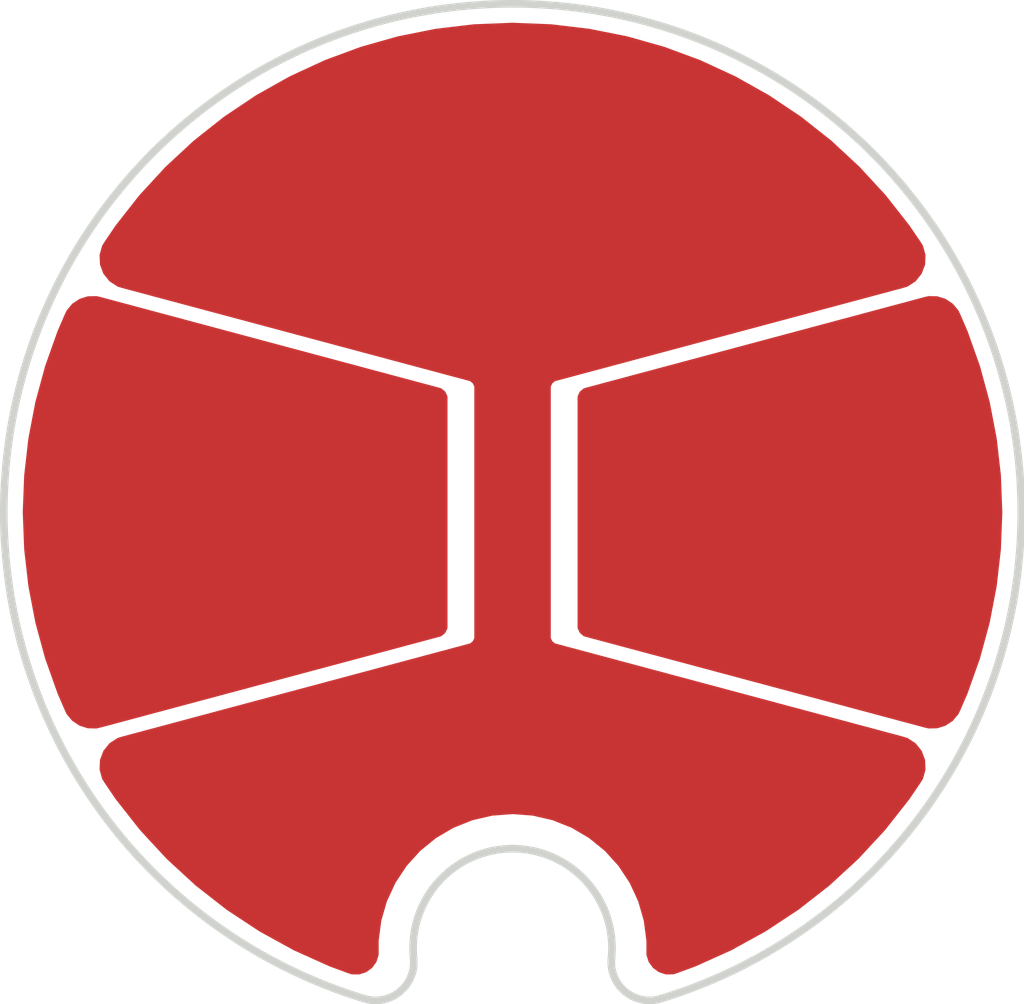
<source format=kicad_pcb>
(kicad_pcb (version 20211014) (generator pcbnew)

  (general
    (thickness 1.6)
  )

  (paper "A4")
  (layers
    (0 "F.Cu" signal)
    (31 "B.Cu" signal)
    (32 "B.Adhes" user "B.Adhesive")
    (33 "F.Adhes" user "F.Adhesive")
    (34 "B.Paste" user)
    (35 "F.Paste" user)
    (36 "B.SilkS" user "B.Silkscreen")
    (37 "F.SilkS" user "F.Silkscreen")
    (38 "B.Mask" user)
    (39 "F.Mask" user)
    (40 "Dwgs.User" user "User.Drawings")
    (41 "Cmts.User" user "User.Comments")
    (42 "Eco1.User" user "User.Eco1")
    (43 "Eco2.User" user "User.Eco2")
    (44 "Edge.Cuts" user)
    (45 "Margin" user)
    (46 "B.CrtYd" user "B.Courtyard")
    (47 "F.CrtYd" user "F.Courtyard")
    (48 "B.Fab" user)
    (49 "F.Fab" user)
    (50 "User.1" user)
    (51 "User.2" user)
    (52 "User.3" user)
    (53 "User.4" user)
    (54 "User.5" user)
    (55 "User.6" user)
    (56 "User.7" user)
    (57 "User.8" user)
    (58 "User.9" user)
  )

  (setup
    (pad_to_mask_clearance 0)
    (pcbplotparams
      (layerselection 0x00010fc_ffffffff)
      (disableapertmacros false)
      (usegerberextensions false)
      (usegerberattributes true)
      (usegerberadvancedattributes true)
      (creategerberjobfile true)
      (svguseinch false)
      (svgprecision 6)
      (excludeedgelayer true)
      (plotframeref false)
      (viasonmask false)
      (mode 1)
      (useauxorigin false)
      (hpglpennumber 1)
      (hpglpenspeed 20)
      (hpglpendiameter 15.000000)
      (dxfpolygonmode true)
      (dxfimperialunits true)
      (dxfusepcbnewfont true)
      (psnegative false)
      (psa4output false)
      (plotreference true)
      (plotvalue true)
      (plotinvisibletext false)
      (sketchpadsonfab false)
      (subtractmaskfromsilk false)
      (outputformat 1)
      (mirror false)
      (drillshape 1)
      (scaleselection 1)
      (outputdirectory "")
    )
  )

  (net 0 "")

  (gr_line (start 144.6 100.65) (end 144.6 99.35) (layer "F.Mask") (width 0.1) (tstamp 1983b44b-b9ef-473a-8fc0-ca3e0d4151a0))
  (gr_poly
    (pts
      (xy 149.15 98.6)
      (xy 148.6 98.6)
      (xy 148.6 101.4)
      (xy 149.15 101.4)
    ) (layer "F.Mask") (width 0.1) (fill solid) (tstamp 3a30e124-20a9-4f7f-b09d-16c7a9e51606))
  (gr_arc (start 148.706777 105.832566) (mid 148.527188 106.269604) (end 148.063805 106.36189) (layer "F.Mask") (width 0.1) (tstamp 504aa130-a948-4268-a321-25f2a92a468c))
  (gr_line (start 145.6 101.15) (end 145.1 101.15) (layer "F.Mask") (width 0.1) (tstamp 64ea757e-1809-4f04-9832-d50a060c0aad))
  (gr_line (start 146.1 99.35) (end 146.1 100.65) (layer "F.Mask") (width 0.1) (tstamp 7fdc54ee-5f51-489b-9021-bfaeab5c4482))
  (gr_poly
    (pts
      (arc (start 145.6 101.15) (mid 145.953553 101.003553) (end 146.1 100.65))
      (arc (start 146.1 99.35) (mid 145.953553 98.996447) (end 145.6 98.85))
      (arc (start 145.1 98.85) (mid 144.746447 98.996447) (end 144.6 99.35))
      (arc (start 144.6 100.65) (mid 144.746447 101.003553) (end 145.1 101.15))
    ) (layer "F.Mask") (width 0.1) (fill solid) (tstamp 885030b8-4e96-431c-9de3-8700eaf59ffe))
  (gr_arc (start 151.936195 106.36189) (mid 151.47283 106.269581) (end 151.293223 105.832566) (layer "F.Mask") (width 0.1) (tstamp 90e08e95-9d96-4b2b-b460-e1f2fb21d07c))
  (gr_poly
    (pts
      (xy 150.85 101.4)
      (xy 151.4 101.4)
      (xy 151.4 98.6)
      (xy 150.85 98.6)
    ) (layer "F.Mask") (width 0.1) (fill solid) (tstamp 92b3cb3f-cc5c-49ce-ab94-4b8ce6c3bb4f))
  (gr_arc (start 144.6 99.35) (mid 144.746447 98.996447) (end 145.1 98.85) (layer "F.Mask") (width 0.1) (tstamp 9e2cfd54-8a07-442a-9015-2f10c12699a6))
  (gr_arc (start 145.6 98.85) (mid 145.953553 98.996447) (end 146.1 99.35) (layer "F.Mask") (width 0.1) (tstamp 9e354269-a8a1-45d0-9dc5-d457a561bd63))
  (gr_poly
    (pts
      (arc (start 155.4 99.35) (mid 155.253553 98.996447) (end 154.9 98.85))
      (arc (start 154.4 98.85) (mid 154.046447 98.996447) (end 153.9 99.35))
      (arc (start 153.9 100.65) (mid 154.046447 101.003553) (end 154.4 101.15))
      (arc (start 154.9 101.15) (mid 155.253553 101.003553) (end 155.4 100.65))
    ) (layer "F.Mask") (width 0.1) (fill solid) (tstamp c08417c6-d7dc-453c-a0f0-36cc433cd27d))
  (gr_arc (start 148.706777 105.832566) (mid 150 104.4) (end 151.293223 105.832566) (layer "F.Mask") (width 0.1) (tstamp c345565b-9348-461b-b7b4-ee27057b3ebd))
  (gr_arc (start 145.1 101.15) (mid 144.746447 101.003553) (end 144.6 100.65) (layer "F.Mask") (width 0.1) (tstamp c8098a4e-4fce-43bb-b0a8-e270d49f15e5))
  (gr_line (start 145.1 98.85) (end 145.6 98.85) (layer "F.Mask") (width 0.1) (tstamp dbd74782-998e-4768-8c24-08ab06a4b8ad))
  (gr_poly
    (pts
      (xy 149.5 101.4)
      (xy 150.5 101.4)
      (xy 150.5 98.6)
      (xy 149.5 98.6)
    ) (layer "F.Mask") (width 0.1) (fill solid) (tstamp ded26ea9-90ab-4f5e-bf7c-bfd258554bfd))
  (gr_arc (start 146.1 100.65) (mid 145.953553 101.003553) (end 145.6 101.15) (layer "F.Mask") (width 0.1) (tstamp facccf77-f8f1-44e6-bdde-92fa1d5d0429))
  (gr_arc (start 148.063805 106.36189) (mid 150 93.35) (end 151.936195 106.36189) (layer "F.Mask") (width 0.1) (tstamp fba3c8e4-31db-49c5-8829-78341fa40f1f))
  (gr_arc (start 148.706777 105.832566) (mid 148.527188 106.269604) (end 148.063805 106.36189) (layer "Edge.Cuts") (width 0.1) (tstamp 28e78fa8-d37f-4ff0-8388-242c60510599))
  (gr_arc (start 148.063805 106.36189) (mid 150 93.35) (end 151.936195 106.36189) (layer "Edge.Cuts") (width 0.1) (tstamp 82385a40-183a-4a9c-8e80-54bad18c747a))
  (gr_arc (start 151.936195 106.36189) (mid 151.47283 106.269581) (end 151.293223 105.832566) (layer "Edge.Cuts") (width 0.1) (tstamp 8c7b696f-b1c7-43f4-8a02-6d834f9ff566))
  (gr_arc (start 148.706777 105.832566) (mid 150 104.4) (end 151.293223 105.832566) (layer "Edge.Cuts") (width 0.1) (tstamp cea639fa-a619-4266-89c5-9a2481c983ea))

  (zone (net 0) (net_name "") (layer "F.Cu") (tstamp 55bc81c2-95a6-4be6-b896-174801a12910) (hatch edge 0.508)
    (connect_pads yes (clearance 0))
    (min_thickness 0.0254) (filled_areas_thickness no)
    (fill yes (thermal_gap 0.508) (thermal_bridge_width 0.508))
    (polygon
      (pts
        (arc (start 151.749571 105.738752) (mid 151.873936 105.988657) (end 152.150292 106.027955))
        (arc (start 152.150292 106.027955) (mid 153.94214 105.041779) (end 155.331376 103.540683))
        (arc (start 155.331376 103.540683) (mid 155.37236 103.177962) (end 155.101692 102.93302))
        (arc (start 150.574118 101.71986) (mid 150.520677 101.684141) (end 150.5 101.623267))
        (arc (start 150.5 98.376733) (mid 150.520652 98.31584) (end 150.574118 98.28014))
        (arc (start 155.101692 97.06698) (mid 155.372327 96.822026) (end 155.331376 96.459317))
        (arc (start 155.331376 96.459317) (mid 150 93.6) (end 144.668624 96.459317))
        (arc (start 144.668624 96.459317) (mid 144.62764 96.822038) (end 144.898308 97.06698))
        (arc (start 149.425882 98.28014) (mid 149.479323 98.315859) (end 149.5 98.376733))
        (arc (start 149.5 101.623267) (mid 149.479348 101.68416) (end 149.425882 101.71986))
        (arc (start 144.898308 102.93302) (mid 144.627673 103.177974) (end 144.668624 103.540683))
        (arc (start 144.668624 103.540683) (mid 146.05786 105.041778) (end 147.849708 106.027955))
        (arc (start 147.849708 106.027955) (mid 148.126069 105.988664) (end 148.250429 105.738752))
        (arc (start 148.250429 105.738752) (mid 150 103.95) (end 151.749571 105.738752))
      )
    )
    (filled_polygon
      (layer "F.Cu")
      (island)
      (pts
        (xy 150.503322 93.617281)
        (xy 150.504235 93.617354)
        (xy 150.644317 93.633981)
        (xy 151.003958 93.67667)
        (xy 151.004868 93.676814)
        (xy 151.174799 93.710715)
        (xy 151.498405 93.775273)
        (xy 151.49928 93.775484)
        (xy 151.970656 93.908826)
        (xy 151.983523 93.912466)
        (xy 151.984399 93.912751)
        (xy 152.456384 94.087418)
        (xy 152.457213 94.087764)
        (xy 152.889681 94.287783)
        (xy 152.913963 94.299013)
        (xy 152.914784 94.299432)
        (xy 153.35351 94.545973)
        (xy 153.354295 94.546456)
        (xy 153.772255 94.826749)
        (xy 153.772999 94.827292)
        (xy 154.167601 95.139595)
        (xy 154.1683 95.140194)
        (xy 154.537116 95.482588)
        (xy 154.537766 95.483241)
        (xy 154.878491 95.853585)
        (xy 154.879088 95.854287)
        (xy 155.189658 96.250345)
        (xy 155.190135 96.250999)
        (xy 155.331259 96.459144)
        (xy 155.331484 96.459491)
        (xy 155.364005 96.511738)
        (xy 155.365346 96.514794)
        (xy 155.385249 96.586604)
        (xy 155.398268 96.633578)
        (xy 155.398681 96.637235)
        (xy 155.393081 96.760193)
        (xy 155.392337 96.763798)
        (xy 155.348815 96.878931)
        (xy 155.346989 96.882124)
        (xy 155.30842 96.930083)
        (xy 155.269852 96.978039)
        (xy 155.267123 96.980509)
        (xy 155.163855 97.047814)
        (xy 155.160833 97.049217)
        (xy 155.145583 97.053797)
        (xy 155.101832 97.066938)
        (xy 155.10155 97.067018)
        (xy 150.574118 98.28014)
        (xy 150.552943 98.286346)
        (xy 150.519132 98.314689)
        (xy 150.500483 98.354673)
        (xy 150.500456 98.355888)
        (xy 150.500456 98.35589)
        (xy 150.500001 98.376674)
        (xy 150.5 98.376733)
        (xy 150.5 101.623267)
        (xy 150.500436 101.645334)
        (xy 150.519109 101.685324)
        (xy 150.552927 101.713682)
        (xy 150.574118 101.71986)
        (xy 153.926454 102.618116)
        (xy 155.101494 102.932967)
        (xy 155.101838 102.933064)
        (xy 155.160826 102.950816)
        (xy 155.16384 102.952217)
        (xy 155.2671 103.019516)
        (xy 155.269829 103.021986)
        (xy 155.346957 103.117891)
        (xy 155.348784 103.121086)
        (xy 155.392302 103.236209)
        (xy 155.393046 103.239814)
        (xy 155.398646 103.362761)
        (xy 155.398233 103.366418)
        (xy 155.365313 103.485194)
        (xy 155.363976 103.488243)
        (xy 155.331475 103.540523)
        (xy 155.331264 103.540848)
        (xy 155.187421 103.752867)
        (xy 155.186946 103.753516)
        (xy 155.034487 103.947352)
        (xy 154.869969 104.156519)
        (xy 154.86936 104.157233)
        (xy 154.521134 104.533499)
        (xy 154.520485 104.534146)
        (xy 154.181779 104.845809)
        (xy 154.143226 104.881284)
        (xy 154.142515 104.881888)
        (xy 153.738642 105.197673)
        (xy 153.737885 105.198218)
        (xy 153.310008 105.480612)
        (xy 153.309205 105.481096)
        (xy 152.860078 105.728282)
        (xy 152.859247 105.728697)
        (xy 152.391689 105.939117)
        (xy 152.390941 105.939423)
        (xy 152.150502 106.027878)
        (xy 152.150059 106.02803)
        (xy 152.105679 106.042335)
        (xy 152.102325 106.042897)
        (xy 152.035705 106.044233)
        (xy 152.008826 106.044772)
        (xy 152.005107 106.044243)
        (xy 151.916011 106.016433)
        (xy 151.912651 106.014751)
        (xy 151.836974 105.960133)
        (xy 151.834319 105.957473)
        (xy 151.779858 105.881676)
        (xy 151.778184 105.878311)
        (xy 151.75051 105.788985)
        (xy 151.749986 105.785627)
        (xy 151.749571 105.7388)
        (xy 151.749571 105.738648)
        (xy 151.749613 105.728701)
        (xy 151.750121 105.605913)
        (xy 151.733796 105.480612)
        (xy 151.715859 105.342945)
        (xy 151.715858 105.342941)
        (xy 151.715801 105.342502)
        (xy 151.642066 105.087304)
        (xy 151.641879 105.086899)
        (xy 151.530797 104.846584)
        (xy 151.530796 104.846581)
        (xy 151.53061 104.84618)
        (xy 151.383994 104.624669)
        (xy 151.205586 104.42786)
        (xy 150.999484 104.260275)
        (xy 150.770422 104.125761)
        (xy 150.523662 104.027411)
        (xy 150.460153 104.012704)
        (xy 150.265314 103.967584)
        (xy 150.265312 103.967584)
        (xy 150.264873 103.967482)
        (xy 150 103.947352)
        (xy 149.735127 103.967482)
        (xy 149.734688 103.967584)
        (xy 149.734686 103.967584)
        (xy 149.539847 104.012704)
        (xy 149.476338 104.027411)
        (xy 149.229578 104.125761)
        (xy 149.000516 104.260275)
        (xy 148.794414 104.42786)
        (xy 148.616006 104.624669)
        (xy 148.46939 104.84618)
        (xy 148.469204 104.846581)
        (xy 148.469203 104.846584)
        (xy 148.358121 105.086899)
        (xy 148.357934 105.087304)
        (xy 148.284199 105.342502)
        (xy 148.284142 105.342941)
        (xy 148.284141 105.342945)
        (xy 148.266205 105.480612)
        (xy 148.249879 105.605913)
        (xy 148.250388 105.728701)
        (xy 148.250429 105.738646)
        (xy 148.250429 105.7388)
        (xy 148.250005 105.785627)
        (xy 148.249481 105.788983)
        (xy 148.221808 105.878307)
        (xy 148.220134 105.881672)
        (xy 148.165674 105.957467)
        (xy 148.163019 105.960127)
        (xy 148.087344 106.014743)
        (xy 148.083984 106.016425)
        (xy 147.99931 106.042854)
        (xy 147.994892 106.044233)
        (xy 147.991173 106.044762)
        (xy 147.964779 106.044233)
        (xy 147.897674 106.042888)
        (xy 147.894321 106.042326)
        (xy 147.849963 106.028037)
        (xy 147.84951 106.027882)
        (xy 147.803668 106.011018)
        (xy 147.609048 105.93942)
        (xy 147.60832 105.939122)
        (xy 147.140753 105.728698)
        (xy 147.139926 105.728285)
        (xy 146.690794 105.481097)
        (xy 146.689991 105.480613)
        (xy 146.262109 105.198216)
        (xy 146.261352 105.197671)
        (xy 145.857488 104.881892)
        (xy 145.856773 104.881285)
        (xy 145.577891 104.624669)
        (xy 145.479514 104.534146)
        (xy 145.478865 104.533499)
        (xy 145.130638 104.157233)
        (xy 145.13003 104.15652)
        (xy 144.965511 103.947352)
        (xy 144.813053 103.753517)
        (xy 144.812587 103.752881)
        (xy 144.668747 103.540865)
        (xy 144.668503 103.540489)
        (xy 144.635995 103.488262)
        (xy 144.634653 103.485204)
        (xy 144.634651 103.485194)
        (xy 144.601732 103.366422)
        (xy 144.601319 103.362765)
        (xy 144.606919 103.239807)
        (xy 144.607663 103.236202)
        (xy 144.651185 103.121069)
        (xy 144.653011 103.117876)
        (xy 144.69158 103.069918)
        (xy 144.730148 103.021961)
        (xy 144.732877 103.019491)
        (xy 144.836145 102.952186)
        (xy 144.839167 102.950783)
        (xy 144.854417 102.946203)
        (xy 144.898168 102.933062)
        (xy 144.89845 102.932982)
        (xy 149.425882 101.71986)
        (xy 149.447057 101.713654)
        (xy 149.480868 101.685311)
        (xy 149.499517 101.645327)
        (xy 149.499999 101.623346)
        (xy 149.499999 101.623326)
        (xy 149.5 101.623215)
        (xy 149.5 98.376733)
        (xy 149.499564 98.354666)
        (xy 149.480891 98.314676)
        (xy 149.447073 98.286318)
        (xy 149.425882 98.28014)
        (xy 144.898506 97.067033)
        (xy 144.898162 97.066936)
        (xy 144.889932 97.064459)
        (xy 144.839174 97.049184)
        (xy 144.83616 97.047783)
        (xy 144.7329 96.980484)
        (xy 144.730171 96.978014)
        (xy 144.653043 96.882109)
        (xy 144.651216 96.878914)
        (xy 144.607698 96.763791)
        (xy 144.606954 96.760186)
        (xy 144.601354 96.637239)
        (xy 144.601767 96.633582)
        (xy 144.634687 96.514806)
        (xy 144.636024 96.511757)
        (xy 144.668531 96.459466)
        (xy 144.668729 96.459162)
        (xy 144.809865 96.250999)
        (xy 144.810342 96.250345)
        (xy 145.120912 95.854287)
        (xy 145.121509 95.853585)
        (xy 145.462234 95.483241)
        (xy 145.462884 95.482588)
        (xy 145.8317 95.140194)
        (xy 145.832399 95.139595)
        (xy 146.227001 94.827292)
        (xy 146.227745 94.826749)
        (xy 146.645705 94.546456)
        (xy 146.64649 94.545973)
        (xy 147.085216 94.299432)
        (xy 147.086037 94.299013)
        (xy 147.110319 94.287783)
        (xy 147.542787 94.087764)
        (xy 147.543616 94.087418)
        (xy 148.015601 93.912751)
        (xy 148.016477 93.912466)
        (xy 148.029344 93.908826)
        (xy 148.50072 93.775484)
        (xy 148.501595 93.775273)
        (xy 148.825201 93.710715)
        (xy 148.995132 93.676814)
        (xy 148.996042 93.67667)
        (xy 149.355683 93.633981)
        (xy 149.495765 93.617354)
        (xy 149.496678 93.617281)
        (xy 149.999543 93.597467)
        (xy 150.000457 93.597467)
      )
    )
  )
  (zone (net 0) (net_name "") (layer "F.Cu") (tstamp 5c4b8604-5110-492a-9af7-288027073c38) (hatch edge 0.508)
    (connect_pads yes (clearance 0))
    (min_thickness 0.0254) (filled_areas_thickness no)
    (fill yes (thermal_gap 0.508) (thermal_bridge_width 0.508))
    (polygon
      (pts
        (arc (start 149.15 98.515099) (mid 149.119004 98.423785) (end 149.038823 98.37021))
        (arc (start 144.616866 97.18535) (mid 144.340733 97.210887) (end 144.147561 97.409835))
        (arc (start 144.147561 97.409835) (mid 143.6 100) (end 144.147561 102.590165))
        (arc (start 144.147561 102.590165) (mid 144.340718 102.789143) (end 144.616866 102.81465))
        (arc (start 149.038823 101.62979) (mid 149.119003 101.576215) (end 149.15 101.484901))
      )
    )
    (filled_polygon
      (layer "F.Cu")
      (island)
      (pts
        (xy 144.563031 97.172661)
        (xy 144.616723 97.185316)
        (xy 144.61703 97.185394)
        (xy 146.286809 97.63281)
        (xy 149.038631 98.370159)
        (xy 149.038987 98.37026)
        (xy 149.057088 98.375729)
        (xy 149.068151 98.379073)
        (xy 149.072287 98.381309)
        (xy 149.119056 98.420553)
        (xy 149.122139 98.424571)
        (xy 149.147941 98.479902)
        (xy 149.149031 98.484477)
        (xy 149.149994 98.514909)
        (xy 149.15 98.515279)
        (xy 149.15 101.484721)
        (xy 149.149994 101.485091)
        (xy 149.149032 101.515524)
        (xy 149.147942 101.520099)
        (xy 149.12214 101.57543)
        (xy 149.119057 101.579448)
        (xy 149.072288 101.618692)
        (xy 149.068153 101.620928)
        (xy 149.055071 101.624881)
        (xy 149.038987 101.62974)
        (xy 149.038631 101.629841)
        (xy 146.286809 102.36719)
        (xy 144.617031 102.814606)
        (xy 144.616716 102.814685)
        (xy 144.588033 102.821468)
        (xy 144.563036 102.827378)
        (xy 144.560095 102.827689)
        (xy 144.51939 102.826822)
        (xy 144.449722 102.825338)
        (xy 144.446468 102.824804)
        (xy 144.368686 102.800354)
        (xy 144.34131 102.791748)
        (xy 144.338331 102.790322)
        (xy 144.246615 102.7292)
        (xy 144.244152 102.726999)
        (xy 144.173053 102.642534)
        (xy 144.171452 102.640053)
        (xy 144.147667 102.590387)
        (xy 144.147477 102.58997)
        (xy 144.051627 102.367915)
        (xy 144.051342 102.36719)
        (xy 143.88949 101.910961)
        (xy 143.889226 101.910115)
        (xy 143.762389 101.443018)
        (xy 143.762189 101.442155)
        (xy 143.671065 100.966784)
        (xy 143.670931 100.965908)
        (xy 143.616046 100.485001)
        (xy 143.615979 100.484117)
        (xy 143.59765 100.000443)
        (xy 143.59765 99.999557)
        (xy 143.615979 99.515883)
        (xy 143.616046 99.514999)
        (xy 143.670931 99.034092)
        (xy 143.671065 99.033216)
        (xy 143.762189 98.557845)
        (xy 143.762389 98.556982)
        (xy 143.889226 98.089885)
        (xy 143.88949 98.089039)
        (xy 144.051342 97.63281)
        (xy 144.051627 97.632085)
        (xy 144.147472 97.410041)
        (xy 144.147666 97.409616)
        (xy 144.171491 97.359965)
        (xy 144.173086 97.357497)
        (xy 144.244196 97.273055)
        (xy 144.246654 97.270858)
        (xy 144.338372 97.209744)
        (xy 144.341351 97.20832)
        (xy 144.414247 97.185399)
        (xy 144.446481 97.175264)
        (xy 144.449735 97.174728)
        (xy 144.560095 97.172352)
      )
    )
  )
  (zone (net 0) (net_name "") (layer "F.Cu") (tstamp 8a28fadf-1c25-44d2-be6f-25941984db54) (hatch edge 0.508)
    (connect_pads yes (clearance 0))
    (min_thickness 0.0254) (filled_areas_thickness no)
    (fill yes (thermal_gap 0.508) (thermal_bridge_width 0.508))
    (polygon
      (pts
        (arc (start 150.85 101.484901) (mid 150.880996 101.576215) (end 150.961177 101.62979))
        (arc (start 155.383134 102.81465) (mid 155.659267 102.789113) (end 155.852439 102.590165))
        (arc (start 155.852439 102.590165) (mid 156.4 100) (end 155.852439 97.409835))
        (arc (start 155.852439 97.409835) (mid 155.659282 97.210857) (end 155.383134 97.18535))
        (arc (start 150.961177 98.37021) (mid 150.880997 98.423785) (end 150.85 98.515099))
      )
    )
    (filled_polygon
      (layer "F.Cu")
      (island)
      (pts
        (xy 155.48061 97.173178)
        (xy 155.550278 97.174662)
        (xy 155.553532 97.175196)
        (xy 155.631314 97.199646)
        (xy 155.65869 97.208252)
        (xy 155.661669 97.209678)
        (xy 155.753385 97.2708)
        (xy 155.755848 97.273001)
        (xy 155.826947 97.357466)
        (xy 155.828548 97.359947)
        (xy 155.852333 97.409613)
        (xy 155.852523 97.41003)
        (xy 155.948373 97.632085)
        (xy 155.948658 97.63281)
        (xy 156.11051 98.089039)
        (xy 156.110774 98.089885)
        (xy 156.237611 98.556982)
        (xy 156.237811 98.557845)
        (xy 156.328935 99.033216)
        (xy 156.329069 99.034092)
        (xy 156.383954 99.514999)
        (xy 156.384021 99.515883)
        (xy 156.402351 99.999557)
        (xy 156.402351 100.000443)
        (xy 156.384021 100.484117)
        (xy 156.383954 100.485001)
        (xy 156.329069 100.965908)
        (xy 156.328935 100.966784)
        (xy 156.237811 101.442155)
        (xy 156.237611 101.443018)
        (xy 156.110774 101.910115)
        (xy 156.11051 101.910961)
        (xy 155.948658 102.36719)
        (xy 155.948373 102.367915)
        (xy 155.852528 102.589959)
        (xy 155.852334 102.590384)
        (xy 155.828509 102.640035)
        (xy 155.826914 102.642503)
        (xy 155.755804 102.726945)
        (xy 155.753346 102.729142)
        (xy 155.661628 102.790256)
        (xy 155.658649 102.79168)
        (xy 155.612512 102.806187)
        (xy 155.553519 102.824736)
        (xy 155.550265 102.825272)
        (xy 155.439905 102.827648)
        (xy 155.436969 102.827339)
        (xy 155.383277 102.814684)
        (xy 155.38297 102.814606)
        (xy 153.596049 102.335802)
        (xy 150.961369 101.629841)
        (xy 150.961013 101.62974)
        (xy 150.942912 101.624271)
        (xy 150.931849 101.620927)
        (xy 150.927713 101.618691)
        (xy 150.880944 101.579447)
        (xy 150.877861 101.575429)
        (xy 150.852059 101.520098)
        (xy 150.850969 101.515523)
        (xy 150.850006 101.485091)
        (xy 150.85 101.484721)
        (xy 150.85 98.515279)
        (xy 150.850006 98.514909)
        (xy 150.850968 98.484476)
        (xy 150.852058 98.479901)
        (xy 150.87786 98.42457)
        (xy 150.880943 98.420552)
        (xy 150.927712 98.381308)
        (xy 150.931847 98.379072)
        (xy 150.944929 98.375119)
        (xy 150.961013 98.37026)
        (xy 150.961369 98.370159)
        (xy 155.06423 97.2708)
        (xy 155.382969 97.185394)
        (xy 155.383284 97.185315)
        (xy 155.411967 97.178532)
        (xy 155.436964 97.172622)
        (xy 155.439905 97.172311)
      )
    )
  )
  (group "" (id a523db34-6c59-4bc4-ad47-af3029ee2d43)
    (members
      28e78fa8-d37f-4ff0-8388-242c60510599
      82385a40-183a-4a9c-8e80-54bad18c747a
      8c7b696f-b1c7-43f4-8a02-6d834f9ff566
      cea639fa-a619-4266-89c5-9a2481c983ea
    )
  )
)

</source>
